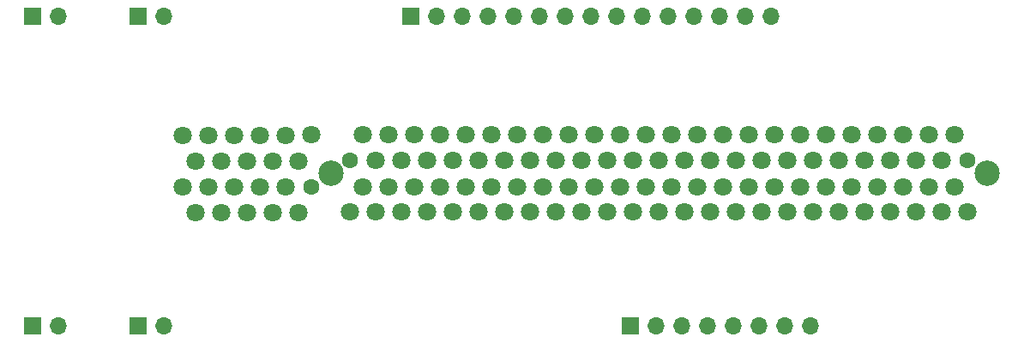
<source format=gbr>
%TF.GenerationSoftware,KiCad,Pcbnew,8.0.6*%
%TF.CreationDate,2025-01-09T01:40:23-04:00*%
%TF.ProjectId,nsec-badge-2025-baseboard,6e736563-2d62-4616-9467-652d32303235,rev?*%
%TF.SameCoordinates,Original*%
%TF.FileFunction,Soldermask,Top*%
%TF.FilePolarity,Negative*%
%FSLAX46Y46*%
G04 Gerber Fmt 4.6, Leading zero omitted, Abs format (unit mm)*
G04 Created by KiCad (PCBNEW 8.0.6) date 2025-01-09 01:40:23*
%MOMM*%
%LPD*%
G01*
G04 APERTURE LIST*
%ADD10R,1.700000X1.700000*%
%ADD11O,1.700000X1.700000*%
%ADD12C,2.500025*%
%ADD13C,1.800000*%
%ADD14C,1.600000*%
G04 APERTURE END LIST*
D10*
%TO.C,J3*%
X95600000Y-93600000D03*
D11*
X98140000Y-93600000D03*
%TD*%
D10*
%TO.C,J1*%
X132900000Y-63000000D03*
D11*
X135440000Y-63000000D03*
X137980000Y-63000000D03*
X140520000Y-63000000D03*
X143060000Y-63000000D03*
X145600000Y-63000000D03*
X148140000Y-63000000D03*
X150680000Y-63000000D03*
X153220000Y-63000000D03*
X155760000Y-63000000D03*
X158300000Y-63000000D03*
X160840000Y-63000000D03*
X163380000Y-63000000D03*
X165920000Y-63000000D03*
X168460000Y-63000000D03*
%TD*%
D10*
%TO.C,J7*%
X106000000Y-63000000D03*
D11*
X108540000Y-63000000D03*
%TD*%
D10*
%TO.C,J4*%
X106000000Y-93600000D03*
D11*
X108540000Y-93600000D03*
%TD*%
D12*
%TO.C,J5*%
X125005029Y-78535128D03*
X189775158Y-78535128D03*
D13*
X187870154Y-82345136D03*
X186600152Y-79845009D03*
X185330149Y-82345136D03*
X184060147Y-79845009D03*
X182790144Y-82345136D03*
X181520142Y-79845009D03*
X180250139Y-82345136D03*
X178980137Y-79845009D03*
X177710134Y-82345136D03*
X176440132Y-79845009D03*
X175170129Y-82345136D03*
X173900127Y-79845009D03*
X172630124Y-82345136D03*
X171360121Y-79845009D03*
X170090119Y-82345136D03*
X168820116Y-79845009D03*
X167550114Y-82345136D03*
X166280111Y-79845009D03*
X165010109Y-82345136D03*
X163740106Y-79845009D03*
X162470104Y-82345136D03*
X161200101Y-79845009D03*
X159930099Y-82345136D03*
X158660096Y-79845009D03*
X157390094Y-82345136D03*
X156120091Y-79845009D03*
X154850088Y-82345136D03*
X153580086Y-79845009D03*
X152310083Y-82345136D03*
X151040081Y-79845009D03*
X149770078Y-82345136D03*
X148500076Y-79845009D03*
X147230073Y-82345136D03*
X145960071Y-79845009D03*
X144690068Y-82345136D03*
X143420066Y-79845009D03*
X142150063Y-82345136D03*
X140880060Y-79845009D03*
X139610058Y-82345136D03*
X138340055Y-79845009D03*
X137070053Y-82345136D03*
X135800050Y-79845009D03*
X134530048Y-82345136D03*
X133260045Y-79845009D03*
X131990043Y-82345136D03*
X130720040Y-79845009D03*
X129450038Y-82345136D03*
X128180035Y-79845009D03*
X126910033Y-82345136D03*
D14*
X123100025Y-79845009D03*
D13*
X121830022Y-82385014D03*
X120560020Y-79845009D03*
X119290017Y-82385014D03*
X118020015Y-79845009D03*
X116750012Y-82385014D03*
X115480010Y-79845009D03*
X114210007Y-82385014D03*
X112940005Y-79845009D03*
X111670002Y-82385014D03*
X110400000Y-79845009D03*
D14*
X187870154Y-77265125D03*
D13*
X186600152Y-74725120D03*
X185330149Y-77265125D03*
X184060147Y-74725120D03*
X182790144Y-77265125D03*
X181520142Y-74725120D03*
X180250139Y-77265125D03*
X178980137Y-74725120D03*
X177710134Y-77265125D03*
X176440132Y-74725120D03*
X175170129Y-77265125D03*
X173900127Y-74725120D03*
X172630124Y-77265125D03*
X171360121Y-74725120D03*
X170090119Y-77265125D03*
X168820116Y-74725120D03*
X167550114Y-77265125D03*
X166280111Y-74725120D03*
X165010109Y-77265125D03*
X163740106Y-74725120D03*
X162470104Y-77265125D03*
X161200101Y-74725120D03*
X159930099Y-77265125D03*
X158660096Y-74725120D03*
X157390094Y-77265125D03*
X156120091Y-74725120D03*
X154850088Y-77265125D03*
X153580086Y-74725120D03*
X152310083Y-77265125D03*
X151040081Y-74725120D03*
X149770078Y-77265125D03*
X148500076Y-74725120D03*
X147230073Y-77265125D03*
X145960071Y-74725120D03*
X144690068Y-77265125D03*
X143420066Y-74725120D03*
X142150063Y-77265125D03*
X140880060Y-74725120D03*
X139610058Y-77265125D03*
X138340055Y-74725120D03*
X137070053Y-77265125D03*
X135800050Y-74725120D03*
X134530048Y-77265125D03*
X133260045Y-74725120D03*
X131990043Y-77265125D03*
X130720040Y-74725120D03*
X129450038Y-77265125D03*
X128180035Y-74725120D03*
D14*
X126910033Y-77265125D03*
D13*
X123100025Y-74725120D03*
X121830022Y-77305003D03*
X120560020Y-74764998D03*
X119290017Y-77305003D03*
X118020015Y-74764998D03*
X116750012Y-77305003D03*
X115480010Y-74764998D03*
X114210007Y-77305003D03*
X112940005Y-74764998D03*
X111670002Y-77305003D03*
X110400000Y-74764998D03*
%TD*%
D10*
%TO.C,J2*%
X154600035Y-93600000D03*
D11*
X157140035Y-93600000D03*
X159680035Y-93600000D03*
X162220035Y-93600000D03*
X164760035Y-93600000D03*
X167300035Y-93600000D03*
X169840035Y-93600000D03*
X172380035Y-93600000D03*
%TD*%
D10*
%TO.C,J6*%
X95600000Y-63000000D03*
D11*
X98140000Y-63000000D03*
%TD*%
M02*

</source>
